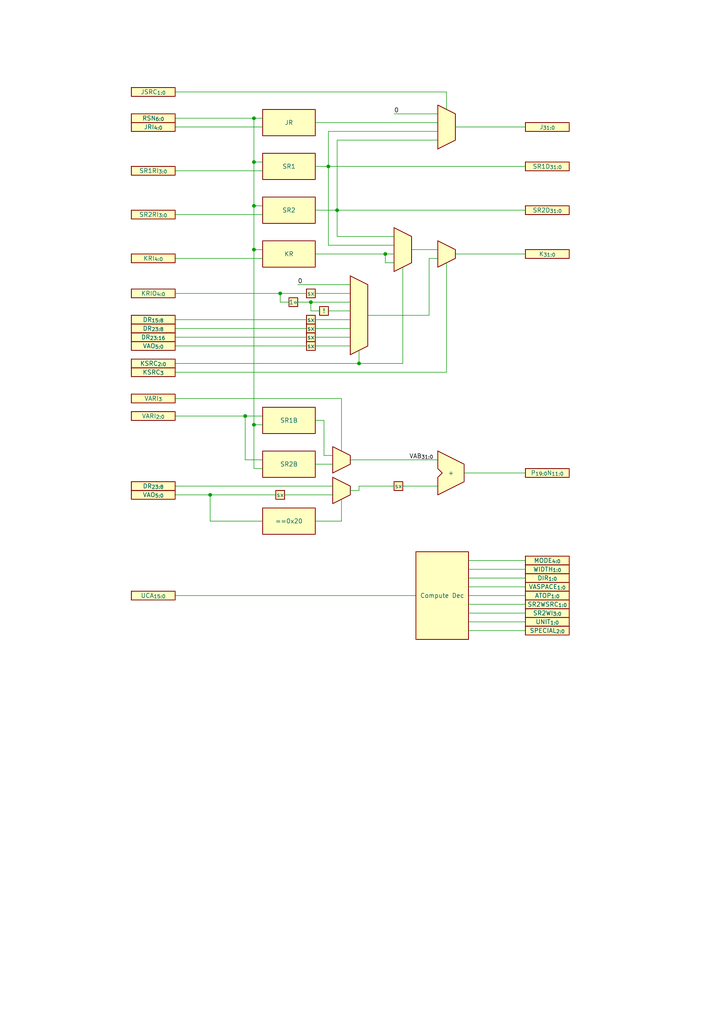
<source format=kicad_sch>
(kicad_sch (version 20231120) (generator "eeschema") (generator_version "8.0")
  (paper "A4" portrait)
  (lib_symbols
    (symbol "mux2_1"
      (symbol "mux2_1_1_1"
        (polyline (pts (xy -2.54 3.81) (xy -2.54 -3.81) (xy 2.54 -1.27) (xy 2.54 1.27) (xy -2.54 3.81)) (stroke (width 0.254)) (fill (type background)))
        (pin input line (at -2.54 -1.27 0) (length 0) (name "") (number ""))
        (pin input line (at -2.54 1.27 0) (length 0) (name "") (number ""))
        (pin input line (at 0 -2.54 90) (length 0) (name "") (number ""))
        (pin output line (at 2.54 0 180) (length 0) (name "") (number ""))
      )
    )
    (symbol "mux4_1"
      (symbol "mux4_1_1_1"
        (polyline (pts (xy -2.54 6.35) (xy -2.54 -6.35) (xy 2.54 -3.81) (xy 2.54 3.81) (xy -2.54 6.35)) (stroke (width 0.254)) (fill (type background)))
        (pin input line (at -2.54 -3.81 0) (length 0) (name "") (number ""))
        (pin input line (at -2.54 -1.27 0) (length 0) (name "") (number ""))
        (pin input line (at -2.54 1.27 0) (length 0) (name "") (number ""))
        (pin input line (at -2.54 3.81 0) (length 0) (name "") (number ""))
        (pin input line (at 0 -5.08 90) (length 0) (name "") (number ""))
        (pin output line (at 2.54 0 180) (length 0) (name "") (number ""))
      )
    )
    (symbol "symbols:adder"
      (property "Value" "+" (at 0 0 0))
      (symbol "adder_1_1"
        (polyline (pts (xy -3.81 6.35) (xy -3.81 1.27) (xy -2.54 0) (xy -3.81 -1.27) (xy -3.81 -6.35) (xy 3.81 -2.54) (xy 3.81 2.54) (xy -3.81 6.35)) (stroke (width 0.254)) (fill (type background)))
        (pin input line (at -3.81 -3.81 0) (length 0) (name "") (number ""))
        (pin input line (at -3.81 3.81 0) (length 0) (name "") (number ""))
        (pin output line (at 3.81 0 180) (length 0) (name "") (number ""))
      )
    )
    (symbol "symbols:complement"
      (property "Value" "~" (at 0 0 0))
      (symbol "complement_1_1"
        (rectangle (start -1.27 1.27) (end 1.27 -1.27) (stroke (width 0.254)) (fill (type background)))
        (pin input line (at -1.27 0 0) (length 0) (name "") (number ""))
        (pin output line (at 1.27 0 180) (length 0) (name "") (number ""))
      )
    )
    (symbol "symbols:index"
      (property "Value" "1«" (at 0 0 0))
      (symbol "index_1_1"
        (rectangle (start -1.27 1.27) (end 1.27 -1.27) (stroke (width 0.254)) (fill (type background)))
        (pin input line (at -1.27 0 0) (length 0) (name "") (number ""))
        (pin output line (at 1.27 0 180) (length 0) (name "") (number ""))
      )
    )
    (symbol "symbols:map1_1"
      (property "Value" "map" (at 0 0 0))
      (symbol "map1_1_1_1"
        (rectangle (start -7.62 3.81) (end 7.62 -3.81) (stroke (width 0.254)) (fill (type background)))
        (pin input line (at -7.62 0 0) (length 0) (name "") (number ""))
        (pin output line (at 7.62 0 180) (length 0) (name "") (number ""))
      )
    )
    (symbol "symbols:map1_9"
      (property "Value" "map" (at 0 0 0))
      (symbol "map1_9_1_1"
        (rectangle (start -7.62 12.7) (end 7.62 -12.7) (stroke (width 0.254)) (fill (type background)))
        (pin input line (at -7.62 0 0) (length 0) (name "") (number ""))
        (pin output line (at 7.62 -10.16 180) (length 0) (name "") (number ""))
        (pin output line (at 7.62 -7.62 180) (length 0) (name "") (number ""))
        (pin output line (at 7.62 -5.08 180) (length 0) (name "") (number ""))
        (pin output line (at 7.62 -2.54 180) (length 0) (name "") (number ""))
        (pin output line (at 7.62 0 180) (length 0) (name "") (number ""))
        (pin output line (at 7.62 2.54 180) (length 0) (name "") (number ""))
        (pin output line (at 7.62 5.08 180) (length 0) (name "") (number ""))
        (pin output line (at 7.62 7.62 180) (length 0) (name "") (number ""))
        (pin output line (at 7.62 10.16 180) (length 0) (name "") (number ""))
      )
    )
    (symbol "symbols:map2_1"
      (property "Value" "map" (at 0 0 0))
      (symbol "map2_1_1_1"
        (rectangle (start -7.62 3.81) (end 7.62 -3.81) (stroke (width 0.254)) (fill (type background)))
        (pin input line (at -7.62 -1.27 0) (length 0) (name "") (number ""))
        (pin input line (at -7.62 1.27 0) (length 0) (name "") (number ""))
        (pin output line (at 7.62 0 180) (length 0) (name "") (number ""))
      )
    )
    (symbol "symbols:mux2"
      (symbol "mux2_1_1"
        (polyline (pts (xy -2.54 3.81) (xy -2.54 -3.81) (xy 2.54 -1.27) (xy 2.54 1.27) (xy -2.54 3.81)) (stroke (width 0.254)) (fill (type background)))
        (pin input line (at -2.54 -1.27 0) (length 0) (name "") (number ""))
        (pin input line (at -2.54 1.27 0) (length 0) (name "") (number ""))
        (pin input line (at 0 -2.54 90) (length 0) (name "") (number ""))
        (pin output line (at 2.54 0 180) (length 0) (name "") (number ""))
      )
    )
    (symbol "symbols:mux4"
      (symbol "mux4_1_1"
        (polyline (pts (xy -2.54 6.35) (xy -2.54 -6.35) (xy 2.54 -3.81) (xy 2.54 3.81) (xy -2.54 6.35)) (stroke (width 0.254)) (fill (type background)))
        (pin input line (at -2.54 -3.81 0) (length 0) (name "") (number ""))
        (pin input line (at -2.54 -1.27 0) (length 0) (name "") (number ""))
        (pin input line (at -2.54 1.27 0) (length 0) (name "") (number ""))
        (pin input line (at -2.54 3.81 0) (length 0) (name "") (number ""))
        (pin input line (at 0 -5.08 90) (length 0) (name "") (number ""))
        (pin output line (at 2.54 0 180) (length 0) (name "") (number ""))
      )
    )
    (symbol "symbols:mux8"
      (symbol "mux8_1_1"
        (polyline (pts (xy -2.54 11.43) (xy -2.54 -11.43) (xy 2.54 -8.89) (xy 2.54 8.89) (xy -2.54 11.43)) (stroke (width 0.254)) (fill (type background)))
        (pin input line (at -2.54 -8.89 0) (length 0) (name "") (number ""))
        (pin input line (at -2.54 -6.35 0) (length 0) (name "") (number ""))
        (pin input line (at -2.54 -3.81 0) (length 0) (name "") (number ""))
        (pin input line (at -2.54 -1.27 0) (length 0) (name "") (number ""))
        (pin input line (at -2.54 1.27 0) (length 0) (name "") (number ""))
        (pin input line (at -2.54 3.81 0) (length 0) (name "") (number ""))
        (pin input line (at -2.54 6.35 0) (length 0) (name "") (number ""))
        (pin input line (at -2.54 8.89 0) (length 0) (name "") (number ""))
        (pin input line (at 0 -10.16 90) (length 0) (name "") (number ""))
        (pin output line (at 2.54 0 180) (length 0) (name "") (number ""))
      )
    )
    (symbol "symbols:reg_thin"
      (property "Value" "reg" (at 0 0 0))
      (symbol "reg_thin_1_1"
        (rectangle (start -6.35 1.27) (end 6.35 -1.27) (stroke (width 0.254)) (fill (type background)))
        (pin input line (at -6.35 0 0) (length 0) (name "") (number ""))
        (pin output line (at 6.35 0 180) (length 0) (name "") (number ""))
      )
    )
    (symbol "symbols:sx"
      (property "Value" "sx" (at 0 0 0))
      (symbol "sx_1_1"
        (rectangle (start -1.27 1.27) (end 1.27 -1.27) (stroke (width 0.254)) (fill (type background)))
        (pin input line (at -1.27 0 0) (length 0) (name "") (number ""))
        (pin output line (at 1.27 0 180) (length 0) (name "") (number ""))
      )
    )
  )
  (junction (at 97.79 60.96))
  (junction (at 95.25 48.26))
  (junction (at 111.76 73.66))
  (junction (at 73.66 72.39))
  (junction (at 73.66 59.69))
  (junction (at 104.14 105.41))
  (junction (at 71.12 120.65))
  (junction (at 73.66 34.29))
  (junction (at 73.66 123.19))
  (junction (at 81.28 85.09))
  (junction (at 90.17 87.63))
  (junction (at 60.96 143.51))
  (junction (at 73.66 46.99))
  (wire (pts (xy 97.79 60.96) (xy 97.79 40.64)))
  (wire (pts (xy 132.08 73.66) (xy 152.4 73.66)))
  (wire (pts (xy 91.44 134.62) (xy 96.52 134.62)))
  (wire (pts (xy 91.44 95.25) (xy 101.6 95.25)))
  (wire (pts (xy 91.44 48.26) (xy 95.25 48.26)))
  (wire (pts (xy 106.68 91.44) (xy 124.46 91.44)))
  (wire (pts (xy 91.44 100.33) (xy 101.6 100.33)))
  (wire (pts (xy 97.79 68.58) (xy 97.79 60.96)))
  (wire (pts (xy 91.44 60.96) (xy 97.79 60.96)))
  (wire (pts (xy 132.08 36.83) (xy 152.4 36.83)))
  (wire (pts (xy 90.17 90.17) (xy 92.71 90.17)))
  (wire (pts (xy 91.44 85.09) (xy 101.6 85.09)))
  (wire (pts (xy 81.28 85.09) (xy 81.28 87.63)))
  (wire (pts (xy 95.25 38.1) (xy 127 38.1)))
  (wire (pts (xy 93.98 132.08) (xy 96.52 132.08)))
  (wire (pts (xy 129.54 76.2) (xy 129.54 107.95)))
  (wire (pts (xy 111.76 76.2) (xy 111.76 73.66)))
  (wire (pts (xy 135.89 162.56) (xy 152.4 162.56)))
  (wire (pts (xy 83.82 87.63) (xy 81.28 87.63)))
  (wire (pts (xy 101.6 142.24) (xy 104.14 142.24)))
  (wire (pts (xy 50.8 26.67) (xy 129.54 26.67)))
  (wire (pts (xy 60.96 151.13) (xy 60.96 143.51)))
  (wire (pts (xy 50.8 62.23) (xy 76.2 62.23)))
  (wire (pts (xy 50.8 105.41) (xy 104.14 105.41)))
  (wire (pts (xy 119.38 72.39) (xy 127 72.39)))
  (wire (pts (xy 135.89 180.34) (xy 152.4 180.34)))
  (wire (pts (xy 86.36 82.55) (xy 101.6 82.55)))
  (wire (pts (xy 97.79 40.64) (xy 127 40.64)))
  (wire (pts (xy 73.66 123.19) (xy 76.2 123.19)))
  (wire (pts (xy 73.66 34.29) (xy 73.66 46.99)))
  (wire (pts (xy 76.2 151.13) (xy 60.96 151.13)))
  (wire (pts (xy 135.89 167.64) (xy 152.4 167.64)))
  (wire (pts (xy 50.8 100.33) (xy 88.9 100.33)))
  (wire (pts (xy 129.54 26.67) (xy 129.54 31.75)))
  (wire (pts (xy 90.17 87.63) (xy 101.6 87.63)))
  (wire (pts (xy 95.25 71.12) (xy 114.3 71.12)))
  (wire (pts (xy 104.14 105.41) (xy 104.14 101.6)))
  (wire (pts (xy 127 74.93) (xy 124.46 74.93)))
  (wire (pts (xy 135.89 182.88) (xy 152.4 182.88)))
  (wire (pts (xy 76.2 72.39) (xy 73.66 72.39)))
  (wire (pts (xy 81.28 85.09) (xy 88.9 85.09)))
  (wire (pts (xy 71.12 133.35) (xy 76.2 133.35)))
  (wire (pts (xy 76.2 46.99) (xy 73.66 46.99)))
  (wire (pts (xy 71.12 120.65) (xy 71.12 133.35)))
  (wire (pts (xy 95.25 48.26) (xy 152.4 48.26)))
  (wire (pts (xy 73.66 59.69) (xy 73.66 46.99)))
  (wire (pts (xy 99.06 115.57) (xy 50.8 115.57)))
  (wire (pts (xy 135.89 172.72) (xy 152.4 172.72)))
  (wire (pts (xy 96.52 143.51) (xy 82.55 143.51)))
  (wire (pts (xy 93.98 121.92) (xy 91.44 121.92)))
  (wire (pts (xy 50.8 140.97) (xy 96.52 140.97)))
  (wire (pts (xy 73.66 34.29) (xy 76.2 34.29)))
  (wire (pts (xy 97.79 60.96) (xy 152.4 60.96)))
  (wire (pts (xy 76.2 59.69) (xy 73.66 59.69)))
  (wire (pts (xy 104.14 140.97) (xy 114.3 140.97)))
  (wire (pts (xy 91.44 92.71) (xy 101.6 92.71)))
  (wire (pts (xy 91.44 151.13) (xy 99.06 151.13)))
  (wire (pts (xy 50.8 74.93) (xy 76.2 74.93)))
  (wire (pts (xy 50.8 34.29) (xy 73.66 34.29)))
  (wire (pts (xy 116.84 77.47) (xy 116.84 105.41)))
  (wire (pts (xy 50.8 107.95) (xy 129.54 107.95)))
  (wire (pts (xy 50.8 85.09) (xy 81.28 85.09)))
  (wire (pts (xy 116.84 140.97) (xy 127 140.97)))
  (wire (pts (xy 90.17 87.63) (xy 90.17 90.17)))
  (wire (pts (xy 73.66 123.19) (xy 73.66 135.89)))
  (wire (pts (xy 91.44 97.79) (xy 101.6 97.79)))
  (wire (pts (xy 50.8 92.71) (xy 88.9 92.71)))
  (wire (pts (xy 95.25 90.17) (xy 101.6 90.17)))
  (wire (pts (xy 91.44 35.56) (xy 127 35.56)))
  (wire (pts (xy 114.3 76.2) (xy 111.76 76.2)))
  (wire (pts (xy 135.89 170.18) (xy 152.4 170.18)))
  (wire (pts (xy 73.66 135.89) (xy 76.2 135.89)))
  (wire (pts (xy 50.8 172.72) (xy 120.65 172.72)))
  (wire (pts (xy 99.06 144.78) (xy 99.06 151.13)))
  (wire (pts (xy 135.89 175.26) (xy 152.4 175.26)))
  (wire (pts (xy 99.06 130.81) (xy 99.06 115.57)))
  (wire (pts (xy 71.12 120.65) (xy 76.2 120.65)))
  (wire (pts (xy 135.89 165.1) (xy 152.4 165.1)))
  (wire (pts (xy 124.46 74.93) (xy 124.46 91.44)))
  (wire (pts (xy 95.25 48.26) (xy 95.25 38.1)))
  (wire (pts (xy 104.14 105.41) (xy 116.84 105.41)))
  (wire (pts (xy 134.62 137.16) (xy 152.4 137.16)))
  (wire (pts (xy 97.79 68.58) (xy 114.3 68.58)))
  (wire (pts (xy 73.66 72.39) (xy 73.66 59.69)))
  (wire (pts (xy 50.8 49.53) (xy 76.2 49.53)))
  (wire (pts (xy 60.96 143.51) (xy 80.01 143.51)))
  (wire (pts (xy 50.8 36.83) (xy 76.2 36.83)))
  (wire (pts (xy 91.44 73.66) (xy 111.76 73.66)))
  (wire (pts (xy 114.3 33.02) (xy 127 33.02)))
  (wire (pts (xy 101.6 133.35) (xy 127 133.35)))
  (wire (pts (xy 93.98 132.08) (xy 93.98 121.92)))
  (wire (pts (xy 50.8 120.65) (xy 71.12 120.65)))
  (wire (pts (xy 95.25 48.26) (xy 95.25 71.12)))
  (wire (pts (xy 135.89 177.8) (xy 152.4 177.8)))
  (wire (pts (xy 86.36 87.63) (xy 90.17 87.63)))
  (wire (pts (xy 50.8 143.51) (xy 60.96 143.51)))
  (wire (pts (xy 111.76 73.66) (xy 114.3 73.66)))
  (wire (pts (xy 50.8 95.25) (xy 88.9 95.25)))
  (wire (pts (xy 50.8 97.79) (xy 88.9 97.79)))
  (wire (pts (xy 73.66 72.39) (xy 73.66 123.19)))
  (wire (pts (xy 104.14 140.97) (xy 104.14 142.24)))
  (label "VAB_{31:0}" (at 125.73 133.35 180))
  (label "0" (at 114.3 33.02 0))
  (label "0" (at 86.36 82.55 0))
  (symbol (lib_id "symbols:map2_1") (at 83.82 73.66 0) (unit 1)
    (property "Reference" "U48" (effects (hide yes)))
    (property "Value" "KR" (at 83.82 73.66 0))
  )
  (symbol (lib_name "mux4_1") (lib_id "symbols:mux4") (at 116.84 72.39 0) (unit 1)
    (property "Reference" "U337" (effects (hide yes)))
  )
  (symbol (lib_id "symbols:map1_9") (at 128.27 172.72 0) (unit 1)
    (property "Reference" "U269" (effects (hide yes)))
    (property "Value" "Compute Dec" (at 128.27 172.72 0))
  )
  (symbol (lib_name "symbols:reg_thin") (lib_id "symbols:reg_thin") (at 158.75 175.26 0) (unit 1)
    (property "Reference" "U208" (effects (hide yes)))
    (property "Value" "SR2WSRC_{1:0}" (at 158.75 175.26 0))
  )
  (symbol (lib_name "symbols:reg_thin") (lib_id "symbols:reg_thin") (at 44.45 49.53 0) (unit 1)
    (property "Reference" "U50" (effects (hide yes)))
    (property "Value" "SR1RI_{3:0}" (at 44.45 49.53 0))
  )
  (symbol (lib_id "symbols:map2_1") (at 83.82 48.26 0) (unit 1)
    (property "Reference" "U46" (effects (hide yes)))
    (property "Value" "SR1" (at 83.82 48.26 0))
  )
  (symbol (lib_id "symbols:map2_1") (at 83.82 35.56 0) (unit 1)
    (property "Reference" "U45" (effects (hide yes)))
    (property "Value" "JR" (at 83.82 35.56 0))
  )
  (symbol (lib_name "symbols:reg_thin") (lib_id "symbols:reg_thin") (at 158.75 60.96 0) (unit 1)
    (property "Reference" "U375" (effects (hide yes)))
    (property "Value" "SR2D_{31:0}" (at 158.75 60.96 0))
  )
  (symbol (lib_name "symbols:reg_thin") (lib_id "symbols:reg_thin") (at 44.45 107.95 0) (unit 1)
    (property "Reference" "U74" (effects (hide yes)))
    (property "Value" "KSRC_{3}" (at 44.45 107.95 0))
  )
  (symbol (lib_name "symbols:reg_thin") (lib_id "symbols:reg_thin") (at 158.75 177.8 0) (unit 1)
    (property "Reference" "U209" (effects (hide yes)))
    (property "Value" "SR2WI_{3:0}" (at 158.75 177.8 0))
  )
  (symbol (lib_name "symbols:reg_thin") (lib_id "symbols:reg_thin") (at 158.75 180.34 0) (unit 1)
    (property "Reference" "U263" (effects (hide yes)))
    (property "Value" "UNIT_{1:0}" (at 158.75 180.34 0))
  )
  (symbol (lib_name "symbols:reg_thin") (lib_id "symbols:reg_thin") (at 158.75 162.56 0) (unit 1)
    (property "Reference" "U203" (effects (hide yes)))
    (property "Value" "MODE_{4:0}" (at 158.75 162.56 0))
  )
  (symbol (lib_name "symbols:reg_thin") (lib_id "symbols:reg_thin") (at 158.75 73.66 0) (unit 1)
    (property "Reference" "U55" (effects (hide yes)))
    (property "Value" "K_{31:0}" (at 158.75 73.66 0))
  )
  (symbol (lib_name "symbols:reg_thin") (lib_id "symbols:reg_thin") (at 44.45 140.97 0) (unit 1)
    (property "Reference" "U482" (effects (hide yes)))
    (property "Value" "DR_{23:8}" (at 44.45 140.97 0))
  )
  (symbol (lib_name "symbols:reg_thin") (lib_id "symbols:reg_thin") (at 158.75 48.26 0) (unit 1)
    (property "Reference" "U373" (effects (hide yes)))
    (property "Value" "SR1D_{31:0}" (at 158.75 48.26 0))
  )
  (symbol (lib_name "symbols:reg_thin") (lib_id "symbols:reg_thin") (at 44.45 26.67 0) (unit 1)
    (property "Reference" "U52" (effects (hide yes)))
    (property "Value" "JSRC_{1:0}" (at 44.45 26.67 0))
  )
  (symbol (lib_name "symbols:reg_thin") (lib_id "symbols:reg_thin") (at 44.45 36.83 0) (unit 1)
    (property "Reference" "U51" (effects (hide yes)))
    (property "Value" "JRI_{4:0}" (at 44.45 36.83 0))
  )
  (symbol (lib_name "symbols:reg_thin") (lib_id "symbols:reg_thin") (at 158.75 167.64 0) (unit 1)
    (property "Reference" "U204" (effects (hide yes)))
    (property "Value" "DIR_{1:0}" (at 158.75 167.64 0))
  )
  (symbol (lib_name "symbols:sx") (lib_id "symbols:sx") (at 90.17 92.71 0) (unit 1)
    (property "Reference" "U63" (effects (hide yes)))
    (property "Value" "sx" (at 90.17 92.71 0))
  )
  (symbol (lib_id "symbols:map1_1") (at 83.82 151.13 0) (unit 1)
    (property "Reference" "U212" (effects (hide yes)))
    (property "Value" "==0x20" (at 83.82 151.13 0))
  )
  (symbol (lib_id "symbols:complement") (at 93.98 90.17 0) (unit 1)
    (property "Reference" "U59" (effects (hide yes)))
    (property "Value" "!" (at 93.98 90.17 0))
  )
  (symbol (lib_name "symbols:reg_thin") (lib_id "symbols:reg_thin") (at 44.45 120.65 0) (unit 1)
    (property "Reference" "U66" (effects (hide yes)))
    (property "Value" "VARI_{2:0}" (at 44.45 120.65 0))
  )
  (symbol (lib_name "symbols:mux2") (lib_id "symbols:mux2") (at 99.06 133.35 0) (mirror x) (unit 1)
    (property "Reference" "U68" (effects (hide yes)))
  )
  (symbol (lib_name "symbols:reg_thin") (lib_id "symbols:reg_thin") (at 44.45 172.72 0) (unit 1)
    (property "Reference" "U200" (effects (hide yes)))
    (property "Value" "UCA_{15:0}" (at 44.45 172.72 0))
  )
  (symbol (lib_name "symbols:reg_thin") (lib_id "symbols:reg_thin") (at 44.45 97.79 0) (unit 1)
    (property "Reference" "U75" (effects (hide yes)))
    (property "Value" "DR_{23:16}" (at 44.45 97.79 0))
  )
  (symbol (lib_name "symbols:map2_1") (lib_id "symbols:map2_1") (at 83.82 134.62 0) (unit 1)
    (property "Reference" "U35" (effects (hide yes)))
    (property "Value" "SR2B" (at 83.82 134.62 0))
  )
  (symbol (lib_name "symbols:sx") (lib_id "symbols:sx") (at 115.57 140.97 0) (unit 1)
    (property "Reference" "U72" (effects (hide yes)))
    (property "Value" "sx" (at 115.57 140.97 0))
  )
  (symbol (lib_id "symbols:map2_1") (at 83.82 60.96 0) (unit 1)
    (property "Reference" "U47" (effects (hide yes)))
    (property "Value" "SR2" (at 83.82 60.96 0))
  )
  (symbol (lib_name "symbols:reg_thin") (lib_id "symbols:reg_thin") (at 44.45 74.93 0) (unit 1)
    (property "Reference" "U53" (effects (hide yes)))
    (property "Value" "KRI_{4:0}" (at 44.45 74.93 0))
  )
  (symbol (lib_name "symbols:sx") (lib_id "symbols:sx") (at 81.28 143.51 0) (unit 1)
    (property "Reference" "U210" (effects (hide yes)))
    (property "Value" "sx" (at 81.28 143.51 0))
  )
  (symbol (lib_name "symbols:reg_thin") (lib_id "symbols:reg_thin") (at 44.45 100.33 0) (unit 1)
    (property "Reference" "U511" (effects (hide yes)))
    (property "Value" "VAO_{5:0}" (at 44.45 100.33 0))
  )
  (symbol (lib_name "symbols:reg_thin") (lib_id "symbols:reg_thin") (at 44.45 62.23 0) (unit 1)
    (property "Reference" "U198" (effects (hide yes)))
    (property "Value" "SR2RI_{3:0}" (at 44.45 62.23 0))
  )
  (symbol (lib_name "symbols:reg_thin") (lib_id "symbols:reg_thin") (at 158.75 170.18 0) (unit 1)
    (property "Reference" "U205" (effects (hide yes)))
    (property "Value" "VASPACE_{1:0}" (at 158.75 170.18 0))
  )
  (symbol (lib_name "symbols:reg_thin") (lib_id "symbols:reg_thin") (at 44.45 95.25 0) (unit 1)
    (property "Reference" "U62" (effects (hide yes)))
    (property "Value" "DR_{23:8}" (at 44.45 95.25 0))
  )
  (symbol (lib_name "symbols:reg_thin") (lib_id "symbols:reg_thin") (at 44.45 92.71 0) (unit 1)
    (property "Reference" "U61" (effects (hide yes)))
    (property "Value" "DR_{15:8}" (at 44.45 92.71 0))
  )
  (symbol (lib_name "symbols:mux2") (lib_id "symbols:mux2") (at 99.06 142.24 0) (unit 1)
    (property "Reference" "U199" (effects (hide yes)))
  )
  (symbol (lib_id "symbols:reg_thin") (at 44.45 34.29 0) (unit 1)
    (property "Reference" "U49" (effects (hide yes)))
    (property "Value" "RSN_{6:0}" (at 44.45 34.29 0))
  )
  (symbol (lib_name "symbols:reg_thin") (lib_id "symbols:reg_thin") (at 44.45 85.09 0) (unit 1)
    (property "Reference" "U1" (effects (hide yes)))
    (property "Value" "KRIO_{4:0}" (at 44.45 85.09 0))
  )
  (symbol (lib_name "symbols:reg_thin") (lib_id "symbols:reg_thin") (at 158.75 165.1 0) (unit 1)
    (property "Reference" "U201" (effects (hide yes)))
    (property "Value" "WIDTH_{1:0}" (at 158.75 165.1 0))
  )
  (symbol (lib_name "symbols:sx") (lib_id "symbols:sx") (at 90.17 95.25 0) (unit 1)
    (property "Reference" "U76" (effects (hide yes)))
    (property "Value" "sx" (at 90.17 95.25 0))
  )
  (symbol (lib_id "symbols:mux4") (at 129.54 36.83 0) (mirror x) (unit 1)
    (property "Reference" "U44" (effects (hide yes)))
  )
  (symbol (lib_name "mux2_1") (lib_id "symbols:mux2") (at 129.54 73.66 0) (unit 1)
    (property "Reference" "U512" (effects (hide yes)))
  )
  (symbol (lib_name "symbols:sx") (lib_id "symbols:sx") (at 90.17 97.79 0) (unit 1)
    (property "Reference" "U77" (effects (hide yes)))
    (property "Value" "sx" (at 90.17 97.79 0))
  )
  (symbol (lib_name "symbols:sx") (lib_id "symbols:sx") (at 90.17 85.09 0) (unit 1)
    (property "Reference" "U58" (effects (hide yes)))
    (property "Value" "sx" (at 90.17 85.09 0))
  )
  (symbol (lib_name "symbols:reg_thin") (lib_id "symbols:reg_thin") (at 44.45 105.41 0) (unit 1)
    (property "Reference" "U57" (effects (hide yes)))
    (property "Value" "KSRC_{2:0}" (at 44.45 105.41 0))
  )
  (symbol (lib_name "symbols:reg_thin") (lib_id "symbols:reg_thin") (at 158.75 137.16 0) (unit 1)
    (property "Reference" "U70" (effects (hide yes)))
    (property "Value" "P_{19:0}N_{11:0}" (at 158.75 137.16 0))
  )
  (symbol (lib_name "symbols:reg_thin") (lib_id "symbols:reg_thin") (at 158.75 172.72 0) (unit 1)
    (property "Reference" "U207" (effects (hide yes)))
    (property "Value" "ATOP_{1:0}" (at 158.75 172.72 0))
  )
  (symbol (lib_name "symbols:sx") (lib_id "symbols:sx") (at 90.17 100.33 0) (unit 1)
    (property "Reference" "U73" (effects (hide yes)))
    (property "Value" "sx" (at 90.17 100.33 0))
  )
  (symbol (lib_id "symbols:mux8") (at 104.14 91.44 0) (unit 1)
    (property "Reference" "U56" (effects (hide yes)))
  )
  (symbol (lib_name "symbols:map2_1") (lib_id "symbols:map2_1") (at 83.82 121.92 0) (unit 1)
    (property "Reference" "U30" (effects (hide yes)))
    (property "Value" "SR1B" (at 83.82 121.92 0))
  )
  (symbol (lib_name "symbols:reg_thin") (lib_id "symbols:reg_thin") (at 44.45 143.51 0) (unit 1)
    (property "Reference" "U71" (effects (hide yes)))
    (property "Value" "VAO_{5:0}" (at 44.45 143.51 0))
  )
  (symbol (lib_id "symbols:adder") (at 130.81 137.16 0) (unit 1)
    (property "Reference" "U69" (effects (hide yes)))
    (property "Value" "+" (at 130.81 137.16 0))
  )
  (symbol (lib_id "symbols:index") (at 85.09 87.63 0) (unit 1)
    (property "Reference" "U60" (effects (hide yes)))
    (property "Value" "1«" (at 85.09 87.63 0))
  )
  (symbol (lib_name "symbols:reg_thin") (lib_id "symbols:reg_thin") (at 158.75 182.88 0) (unit 1)
    (property "Reference" "U271" (effects (hide yes)))
    (property "Value" "SPECIAL_{2:0}" (at 158.75 182.88 0))
  )
  (symbol (lib_id "symbols:reg_thin") (at 158.75 36.83 0) (unit 1)
    (property "Reference" "U54" (effects (hide yes)))
    (property "Value" "J_{31:0}" (at 158.75 36.83 0))
  )
  (symbol (lib_name "symbols:reg_thin") (lib_id "symbols:reg_thin") (at 44.45 115.57 0) (unit 1)
    (property "Reference" "U67" (effects (hide yes)))
    (property "Value" "VARI_{3}" (at 44.45 115.57 0))
  )
)
</source>
